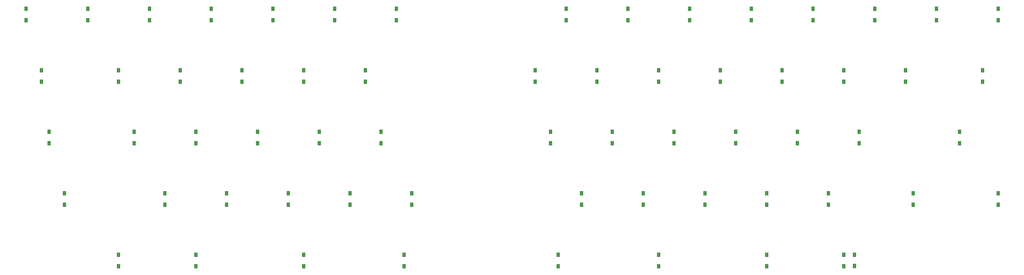
<source format=gbr>
%TF.GenerationSoftware,KiCad,Pcbnew,(5.1.9)-1*%
%TF.CreationDate,2021-02-13T03:00:00+09:00*%
%TF.ProjectId,yuiop63hhs,7975696f-7036-4336-9868-732e6b696361,1*%
%TF.SameCoordinates,Original*%
%TF.FileFunction,Paste,Bot*%
%TF.FilePolarity,Positive*%
%FSLAX46Y46*%
G04 Gerber Fmt 4.6, Leading zero omitted, Abs format (unit mm)*
G04 Created by KiCad (PCBNEW (5.1.9)-1) date 2021-02-13 03:00:00*
%MOMM*%
%LPD*%
G01*
G04 APERTURE LIST*
%ADD10R,1.000000X1.400000*%
G04 APERTURE END LIST*
D10*
%TO.C,D1*%
X66525000Y-116300000D03*
X66525000Y-112750000D03*
%TD*%
%TO.C,D2*%
X85575000Y-112750000D03*
X85575000Y-116300000D03*
%TD*%
%TO.C,D3*%
X104625000Y-116300000D03*
X104625000Y-112750000D03*
%TD*%
%TO.C,D4*%
X123675000Y-112750000D03*
X123675000Y-116300000D03*
%TD*%
%TO.C,D5*%
X142725000Y-116300000D03*
X142725000Y-112750000D03*
%TD*%
%TO.C,D6*%
X161775000Y-112750000D03*
X161775000Y-116300000D03*
%TD*%
%TO.C,D7*%
X180825000Y-116300000D03*
X180825000Y-112750000D03*
%TD*%
%TO.C,D8*%
X233212000Y-112750000D03*
X233212000Y-116300000D03*
%TD*%
%TO.C,D9*%
X252262000Y-116300000D03*
X252262000Y-112750000D03*
%TD*%
%TO.C,D10*%
X271312000Y-112750000D03*
X271312000Y-116300000D03*
%TD*%
%TO.C,D11*%
X290362000Y-116300000D03*
X290362000Y-112750000D03*
%TD*%
%TO.C,D12*%
X309412000Y-112750000D03*
X309412000Y-116300000D03*
%TD*%
%TO.C,D13*%
X328462000Y-116300000D03*
X328462000Y-112750000D03*
%TD*%
%TO.C,D14*%
X347512000Y-112750000D03*
X347512000Y-116300000D03*
%TD*%
%TO.C,D15*%
X366562000Y-116300000D03*
X366562000Y-112750000D03*
%TD*%
%TO.C,D16*%
X71287500Y-131800000D03*
X71287500Y-135350000D03*
%TD*%
%TO.C,D17*%
X95100000Y-135350000D03*
X95100000Y-131800000D03*
%TD*%
%TO.C,D18*%
X114150000Y-135350000D03*
X114150000Y-131800000D03*
%TD*%
%TO.C,D19*%
X133200000Y-135350000D03*
X133200000Y-131800000D03*
%TD*%
%TO.C,D20*%
X152250000Y-131800000D03*
X152250000Y-135350000D03*
%TD*%
%TO.C,D21*%
X171300000Y-135350000D03*
X171300000Y-131800000D03*
%TD*%
%TO.C,D22*%
X223688000Y-131800000D03*
X223688000Y-135350000D03*
%TD*%
%TO.C,D23*%
X242738000Y-135350000D03*
X242738000Y-131800000D03*
%TD*%
%TO.C,D24*%
X261788000Y-131800000D03*
X261788000Y-135350000D03*
%TD*%
%TO.C,D25*%
X280838000Y-131800000D03*
X280838000Y-135350000D03*
%TD*%
%TO.C,D26*%
X299888000Y-135350000D03*
X299888000Y-131800000D03*
%TD*%
%TO.C,D27*%
X318938000Y-131800000D03*
X318938000Y-135350000D03*
%TD*%
%TO.C,D28*%
X337988000Y-131800000D03*
X337988000Y-135350000D03*
%TD*%
%TO.C,D29*%
X361800000Y-135350000D03*
X361800000Y-131800000D03*
%TD*%
%TO.C,D30*%
X73668800Y-150850000D03*
X73668800Y-154400000D03*
%TD*%
%TO.C,D31*%
X99862500Y-154400000D03*
X99862500Y-150850000D03*
%TD*%
%TO.C,D32*%
X118912000Y-150850000D03*
X118912000Y-154400000D03*
%TD*%
%TO.C,D33*%
X137962000Y-154400000D03*
X137962000Y-150850000D03*
%TD*%
%TO.C,D34*%
X157012000Y-150850000D03*
X157012000Y-154400000D03*
%TD*%
%TO.C,D35*%
X176062000Y-154400000D03*
X176062000Y-150850000D03*
%TD*%
%TO.C,D36*%
X228450000Y-150850000D03*
X228450000Y-154400000D03*
%TD*%
%TO.C,D37*%
X247500000Y-150850000D03*
X247500000Y-154400000D03*
%TD*%
%TO.C,D38*%
X266550000Y-150850000D03*
X266550000Y-154400000D03*
%TD*%
%TO.C,D39*%
X285600000Y-150850000D03*
X285600000Y-154400000D03*
%TD*%
%TO.C,D40*%
X304650000Y-154400000D03*
X304650000Y-150850000D03*
%TD*%
%TO.C,D41*%
X323700000Y-154400000D03*
X323700000Y-150850000D03*
%TD*%
%TO.C,D42*%
X354656000Y-150850000D03*
X354656000Y-154400000D03*
%TD*%
%TO.C,D43*%
X78431200Y-169900000D03*
X78431200Y-173450000D03*
%TD*%
%TO.C,D44*%
X109388000Y-169900000D03*
X109388000Y-173450000D03*
%TD*%
%TO.C,D45*%
X128438000Y-169900000D03*
X128438000Y-173450000D03*
%TD*%
%TO.C,D46*%
X147488000Y-173450000D03*
X147488000Y-169900000D03*
%TD*%
%TO.C,D47*%
X166538000Y-169900000D03*
X166538000Y-173450000D03*
%TD*%
%TO.C,D48*%
X185588000Y-173450000D03*
X185588000Y-169900000D03*
%TD*%
%TO.C,D49*%
X237975000Y-173450000D03*
X237975000Y-169900000D03*
%TD*%
%TO.C,D50*%
X257025000Y-173450000D03*
X257025000Y-169900000D03*
%TD*%
%TO.C,D51*%
X276075000Y-169900000D03*
X276075000Y-173450000D03*
%TD*%
%TO.C,D52*%
X295125000Y-173450000D03*
X295125000Y-169900000D03*
%TD*%
%TO.C,D53*%
X314175000Y-173450000D03*
X314175000Y-169900000D03*
%TD*%
%TO.C,D54*%
X340369000Y-169900000D03*
X340369000Y-173450000D03*
%TD*%
%TO.C,D55*%
X366562000Y-173450000D03*
X366562000Y-169900000D03*
%TD*%
%TO.C,D56*%
X95100000Y-188950000D03*
X95100000Y-192500000D03*
%TD*%
%TO.C,D57*%
X118912000Y-192500000D03*
X118912000Y-188950000D03*
%TD*%
%TO.C,D58*%
X152250000Y-188950000D03*
X152250000Y-192500000D03*
%TD*%
%TO.C,D59*%
X183206000Y-192500000D03*
X183206000Y-188950000D03*
%TD*%
%TO.C,D60*%
X230831000Y-188950000D03*
X230831000Y-192500000D03*
%TD*%
%TO.C,D61*%
X261788000Y-192500000D03*
X261788000Y-188950000D03*
%TD*%
%TO.C,D62*%
X295125000Y-188950000D03*
X295125000Y-192500000D03*
%TD*%
%TO.C,D63*%
X318938000Y-192500000D03*
X318938000Y-188950000D03*
%TD*%
%TO.C,D64*%
X322200000Y-192475000D03*
X322200000Y-188925000D03*
%TD*%
M02*

</source>
